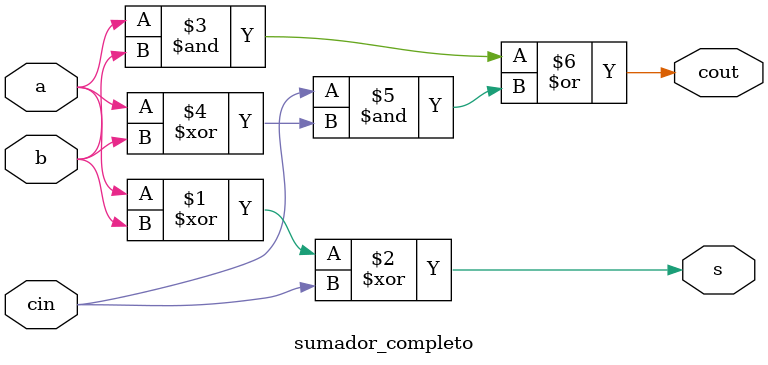
<source format=v>
module sumador_completo (
	input a,b,cin,
	output s,cout);
	
	assign s = (a^b) ^ cin;
	assign cout = (a&b) | (cin & (a^b));	
	
endmodule
	
</source>
